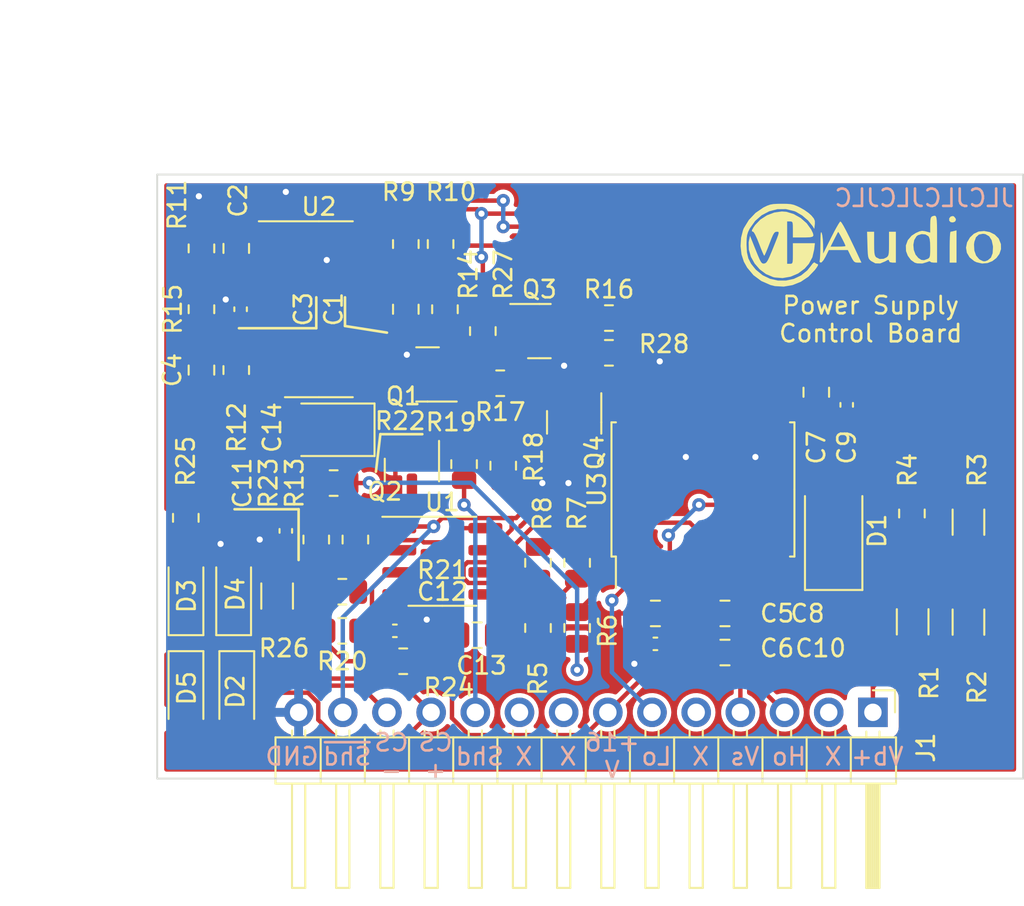
<source format=kicad_pcb>
(kicad_pcb (version 20210228) (generator pcbnew)
  (title_block (title "Power Supply Control Board PCB") (date "2021-04-08") (rev "V 2.0") (company "Dietmar van Heukelum"))
  (layers (0 "F.Cu" signal) (31 "B.Cu" signal) (34 "B.Paste" user) (35 "F.Paste" user) (36 "B.SilkS" user "B.Silkscreen") (37 "F.SilkS" user "F.Silkscreen") (38 "B.Mask" user) (39 "F.Mask" user) (44 "Edge.Cuts" user))
  (net 0 "")
  (net 1 "GND")
  (net 2 "+16V")
  (net 3 "Net-(C3-Pad1)")
  (net 4 "Net-(C4-Pad1)")
  (net 5 "Vs")
  (net 6 "Net-(C10-Pad1)")
  (net 7 "Net-(C11-Pad1)")
  (net 8 "Net-(C12-Pad1)")
  (net 9 "CS+")
  (net 10 "Net-(D2-Pad1)")
  (net 11 "CS-")
  (net 12 "ShutDown")
  (net 13 "FBK-")
  (net 14 "FBK+")
  (net 15 "LO")
  (net 16 "HO")
  (net 18 "VB+")
  (net 19 "Net-(C14-Pad1)")
  (net 20 "Net-(Q3-Pad3)")
  (net 21 "Net-(Q3-Pad2)")
  (net 22 "Net-(R1-Pad2)")
  (net 23 "Net-(R2-Pad2)")
  (net 24 "Net-(R3-Pad2)")
  (net 25 "Net-(R5-Pad1)")
  (net 26 "Net-(R6-Pad2)")
  (net 27 "Net-(R8-Pad1)")
  (net 28 "Net-(R10-Pad2)")
  (net 29 "Net-(R11-Pad2)")
  (net 30 "Net-(R12-Pad2)")
  (net 31 "Net-(R15-Pad1)")
  (net 32 "Net-(R20-Pad1)")
  (net 33 "Net-(R21-Pad1)")
  (net 34 "Net-(U2-Pad14)")
  (net 36 "Net-(U2-Pad11)")
  (net 41 "+Vref")
  (net 42 "~ShutDown")
  (net 44 "Net-(Q1-Pad3)")
  (net 45 "Net-(Q2-Pad1)")
  (net 46 "Net-(Q4-Pad1)")
  (footprint "Capacitor_SMD:C_0805_2012Metric" (layer "F.Cu") (at 116.4 100 -90)
    (fp_text reference "C1")
    (fp_text value "10µ/25V")
  )
  (footprint "Capacitor_SMD:C_0402_1005Metric" (layer "F.Cu") (at 106.9 100 90)
    (fp_text reference "C3")
    (fp_text value "470p")
  )
  (footprint "Capacitor_SMD:C_0805_2012Metric" (layer "F.Cu") (at 104.65 103.5 90)
    (fp_text reference "C4")
    (fp_text value "10µ/25V")
  )
  (footprint "Capacitor_SMD:C_0805_2012Metric" (layer "F.Cu") (at 140 104.775 90)
    (fp_text reference "C7")
    (fp_text value "10µ/25V")
  )
  (footprint "Capacitor_SMD:C_0805_2012Metric" (layer "F.Cu") (at 134.75 117.5 180)
    (fp_text reference "C8")
    (fp_text value "10µ/25V")
  )
  (footprint "Capacitor_SMD:C_0402_1005Metric" (layer "F.Cu") (at 141.75 105.5 90)
    (fp_text reference "C9")
    (fp_text value "10n")
  )
  (footprint "Capacitor_SMD:C_0805_2012Metric" (layer "F.Cu") (at 134.75 119.75 180)
    (fp_text reference "C10")
    (fp_text value "100n")
  )
  (footprint "Diode_SMD:D_SMA" (layer "F.Cu") (at 141 112.75 90)
    (fp_text reference "D1")
    (fp_text value "US1MG")
  )
  (footprint "Diode_SMD:D_SOD-123" (layer "F.Cu") (at 106.68 121.92 -90)
    (fp_text reference "D2")
    (fp_text value "1N4148")
  )
  (footprint "Diode_SMD:D_SOD-123" (layer "F.Cu") (at 103.759 116.5 90)
    (fp_text reference "D3")
    (fp_text value "1N4148")
  )
  (footprint "Diode_SMD:D_SOD-123" (layer "F.Cu") (at 106.5 116.5 90)
    (fp_text reference "D4")
    (fp_text value "1N4148")
  )
  (footprint "Diode_SMD:D_SOD-123" (layer "F.Cu") (at 103.759 121.92 -90)
    (fp_text reference "D5")
    (fp_text value "1N4148")
  )
  (footprint "Package_TO_SOT_SMD:SOT-23" (layer "F.Cu") (at 117.65 103.75 180)
    (fp_text reference "Q1")
    (fp_text value "MMBT5551L")
  )
  (footprint "Package_TO_SOT_SMD:SOT-23" (layer "F.Cu") (at 116.75 109.25 -90)
    (fp_text reference "Q2")
    (fp_text value "MMBT5551L")
  )
  (footprint "Resistor_SMD:R_1206_3216Metric" (layer "F.Cu") (at 145.542 117.983 90)
    (fp_text reference "R1")
    (fp_text value "100k 0.5W")
  )
  (footprint "Resistor_SMD:R_1206_3216Metric" (layer "F.Cu") (at 148.75 118 90)
    (fp_text reference "R2")
    (fp_text value "100k 0.5W")
  )
  (footprint "Resistor_SMD:R_1206_3216Metric" (layer "F.Cu") (at 148.75 112.25 90)
    (fp_text reference "R3")
    (fp_text value "100k 0.5W")
  )
  (footprint "Resistor_SMD:R_0805_2012Metric" (layer "F.Cu") (at 145.5 111.75 -90)
    (fp_text reference "R4")
    (fp_text value "2k7")
  )
  (footprint "Resistor_SMD:R_0805_2012Metric" (layer "F.Cu") (at 124 118.3375 90)
    (fp_text reference "R5")
    (fp_text value "47k")
  )
  (footprint "Resistor_SMD:R_0805_2012Metric" (layer "F.Cu") (at 126.25 118.3375 90)
    (fp_text reference "R6")
    (fp_text value "56k")
  )
  (footprint "Resistor_SMD:R_0805_2012Metric" (layer "F.Cu") (at 126.25 114.5875 -90)
    (fp_text reference "R7")
    (fp_text value "47k")
  )
  (footprint "Resistor_SMD:R_0805_2012Metric" (layer "F.Cu") (at 124 114.5875 90)
    (fp_text reference "R8")
    (fp_text value "47k")
  )
  (footprint "Resistor_SMD:R_0805_2012Metric" (layer "F.Cu") (at 116.4 96.25 90)
    (fp_text reference "R9")
    (fp_text value "560")
  )
  (footprint "Resistor_SMD:R_0805_2012Metric" (layer "F.Cu") (at 118.4 96.25 90)
    (fp_text reference "R10")
    (fp_text value "560")
  )
  (footprint "Resistor_SMD:R_0805_2012Metric" (layer "F.Cu") (at 104.65 96.5 -90)
    (fp_text reference "R11")
    (fp_text value "10k")
  )
  (footprint "Resistor_SMD:R_0805_2012Metric" (layer "F.Cu") (at 106.65 103.5 90)
    (fp_text reference "R12")
    (fp_text value "21k")
  )
  (footprint "Resistor_SMD:R_0805_2012Metric" (layer "F.Cu") (at 118.65 100 -90)
    (fp_text reference "R14")
    (fp_text value "22k")
  )
  (footprint "Resistor_SMD:R_0805_2012Metric" (layer "F.Cu") (at 104.65 100 90)
    (fp_text reference "R15")
    (fp_text value "330")
  )
  (footprint "Resistor_SMD:R_0805_2012Metric" (layer "F.Cu") (at 128.079 100.507)
    (fp_text reference "R16")
    (fp_text value "47k")
  )
  (footprint "Resistor_SMD:R_0805_2012Metric" (layer "F.Cu") (at 122 109 90)
    (fp_text reference "R18")
    (fp_text value "10k")
  )
  (footprint "Resistor_SMD:R_0805_2012Metric" (layer "F.Cu") (at 119.75 108.9125 -90)
    (fp_text reference "R19")
    (fp_text value "10k")
  )
  (footprint "Resistor_SMD:R_0805_2012Metric" (layer "F.Cu") (at 112.75 118.5 180)
    (fp_text reference "R20")
    (fp_text value "10k")
  )
  (footprint "Resistor_SMD:R_0805_2012Metric" (layer "F.Cu") (at 112.75 116.25 180)
    (fp_text reference "R21")
    (fp_text value "10k")
  )
  (footprint "Resistor_SMD:R_0805_2012Metric" (layer "F.Cu") (at 112.25 110 180)
    (fp_text reference "R22")
    (fp_text value "10k")
  )
  (footprint "Resistor_SMD:R_0805_2012Metric" (layer "F.Cu") (at 111.25 113.25 -90)
    (fp_text reference "R23")
    (fp_text value "12k")
  )
  (footprint "Resistor_SMD:R_0805_2012Metric" (layer "F.Cu") (at 116.25 120.25)
    (fp_text reference "R24")
    (fp_text value "470k")
  )
  (footprint "Resistor_SMD:R_1206_3216Metric" (layer "F.Cu") (at 109 116.5 90)
    (fp_text reference "R26")
    (fp_text value "22 0,5W")
  )
  (footprint "Package_SO:SO-16_3.9x9.9mm_P1.27mm" (layer "F.Cu") (at 111.4 100)
    (fp_text reference "U2")
    (fp_text value "SG3525")
  )
  (footprint "Package_SO:SOIC-16W_7.5x10.3mm_P1.27mm" (layer "F.Cu") (at 133.484 110.367 90)
    (fp_text reference "U3")
    (fp_text value "IR2110")
  )
  (footprint "Capacitor_SMD:C_0805_2012Metric" (layer "F.Cu") (at 130.75 117.5 180)
    (fp_text reference "C5")
    (fp_text value "10µ/25V")
  )
  (footprint "Capacitor_SMD:C_0402_1005Metric" (layer "F.Cu") (at 130.75 119.25 180)
    (fp_text reference "C6")
    (fp_text value "10n")
  )
  (footprint "Package_SO:SOIC-8_3.9x4.9mm_P1.27mm" (layer "F.Cu") (at 118.5 114.5)
    (fp_text reference "U1")
    (fp_text value "LM393")
  )
  (footprint "Capacitor_SMD:C_0805_2012Metric" (layer "F.Cu") (at 120.5 118.75)
    (fp_text reference "C13")
    (fp_text value "10µ/25V")
  )
  (footprint "Resistor_SMD:R_0805_2012Metric" (layer "F.Cu") (at 103.75 112 90)
    (fp_text reference "R25")
    (fp_text value "12k")
  )
  (footprint "Connector_PinHeader_2.54mm:PinHeader_1x14_P2.54mm_Horizontal" (layer "F.Cu") (at 143.256 123.19 -90)
    (fp_text reference "J1")
    (fp_text value "Conn_01x14_Male")
  )
  (footprint "Capacitor_SMD:C_0402_1005Metric" (layer "F.Cu") (at 109.5 112.75 -90)
    (fp_text reference "C11")
    (fp_text value "10n")
  )
  (footprint "Resistor_SMD:R_0805_2012Metric" (layer "F.Cu") (at 128.079 102.507 180)
    (fp_text reference "R28")
    (fp_text value "10k")
  )
  (footprint "LogoLibrary:VHAudio_Logo_15mm" (layer "F.Cu") (at 143.129 96.266)
    (fp_text reference "REF**" hide)
    (fp_text value "VHAudio_Logo_15mm")
  )
  (footprint "Capacitor_Tantalum_SMD:CP_EIA-3528-21_Kemet-B" (layer "F.Cu") (at 112.141 106.934 180)
    (fp_text reference "C14")
    (fp_text value "100µ/6.3V")
  )
  (footprint "Capacitor_SMD:C_0805_2012Metric" (layer "F.Cu") (at 106.65 96.5 90)
    (fp_text reference "C2")
    (fp_text value "0.1µ")
  )
  (footprint "Package_TO_SOT_SMD:SOT-23" (layer "F.Cu") (at 126.079 106.507 -90)
    (fp_text reference "Q4")
    (fp_text value "MMBT5551L")
  )
  (footprint "Capacitor_SMD:C_0402_1005Metric" (layer "F.Cu") (at 115.77 118.5)
    (fp_text reference "C12")
    (fp_text value "47p")
  )
  (footprint "Resistor_SMD:R_0805_2012Metric" (layer "F.Cu") (at 113.5 113.25 90)
    (fp_text reference "R13")
    (fp_text value "5k6")
  )
  (footprint "Package_TO_SOT_SMD:SOT-23" (layer "F.Cu") (at 124.079 101.257)
    (fp_text reference "Q3")
    (fp_text value "MMBT5401")
  )
  (footprint "Resistor_SMD:R_0805_2012Metric" (layer "F.Cu") (at 120.829 101.257 -90)
    (fp_text reference "R27")
    (fp_text value "10k")
  )
  (footprint "Resistor_SMD:R_0805_2012Metric" (layer "F.Cu") (at 121.829 104.257 180)
    (fp_text reference "R17")
    (fp_text value "12k")
  )
  (gr_line (start 117.348 107.188) (end 114.935 107.188) (layer "F.SilkS") (width 0.15))
  (gr_line (start 111.252 101.092) (end 106.807 101.092) (layer "F.SilkS") (width 0.15))
  (gr_line (start 112.903 100.965) (end 115.316 101.346) (layer "F.SilkS") (width 0.15))
  (gr_line (start 112.903 99.314) (end 112.903 100.965) (layer "F.SilkS") (width 0.15))
  (gr_line (start 114.935 107.188) (end 114.681 109.347) (layer "F.SilkS") (width 0.15))
  (gr_line (start 106.553 111.506) (end 110.236 111.506) (layer "F.SilkS") (width 0.15))
  (gr_line (start 111.252 99.314) (end 111.252 101.092) (layer "F.SilkS") (width 0.15))
  (gr_line (start 110.236 111.506) (end 110.236 114.427) (layer "F.SilkS") (width 0.15))
  (gr_line (start 102.108 92.25) (end 102.108 127) (layer "Edge.Cuts") (width 0.1))
  (gr_line (start 151.892 127) (end 151.892 92.25) (layer "Edge.Cuts") (width 0.1))
  (gr_line (start 102.108 127) (end 151.892 127) (layer "Edge.Cuts") (width 0.1))
  (gr_line (start 151.892 92.25) (end 102.108 92.25) (layer "Edge.Cuts") (width 0.1))
  (gr_text "Vb+" (at 143.51 125.73) (layer "B.SilkS") (effects (font (size 1 1)) (justify mirror)))
  (gr_text "X" (at 133.35 125.73) (layer "B.SilkS") (effects (font (size 1 1)) (justify mirror)))
  (gr_text "Ho" (at 138.43 125.73) (layer "B.SilkS") (effects (font (size 1 1)) (justify mirror)))
  (gr_text "Shd" (at 120.65 125.73) (layer "B.SilkS") (effects (font (size 1 1)) (justify mirror)))
  (gr_text "GND" (at 109.855 125.73) (layer "B.SilkS") (effects (font (size 1 1)) (justify mirror)))
  (gr_text "X" (at 125.73 125.73) (layer "B.SilkS") (effects (font (size 1 1)) (justify mirror)))
  (gr_text "~Shd" (at 113.03 125.73) (layer "B.SilkS") (effects (font (size 1 1)) (justify mirror)))
  (gr_text "CS\n-" (at 115.57 125.73) (layer "B.SilkS") (effects (font (size 1 1)) (justify mirror)))
  (gr_text "JLCJLCJLCJLC" (at 146.2 93.6) (layer "B.SilkS") (effects (font (size 1 1)) (justify mirror)))
  (gr_text "X" (at 140.97 125.73) (layer "B.SilkS") (effects (font (size 1 1)) (justify mirror)))
  (gr_text "X" (at 123.19 125.73) (layer "B.SilkS") (effects (font (size 1 1)) (justify mirror)))
  (gr_text "Vs" (at 135.89 125.73) (layer "B.SilkS") (effects (font (size 1 1)) (justify mirror)))
  (gr_text "CS\n+" (at 118.11 125.73) (layer "B.SilkS") (effects (font (size 1 1)) (justify mirror)))
  (gr_text "+16\nV" (at 128.27 125.73) (layer "B.SilkS") (effects (font (size 1 1)) (justify mirror)))
  (gr_text "Lo" (at 130.81 125.73) (layer "B.SilkS") (effects (font (size 1 1)) (justify mirror)))
  (gr_text "Power Supply\nControl Board" (at 143.129 100.584) (layer "F.SilkS") (effects (font (size 1 1))))
  (segment (start 104.65 95.5875) (end 106.6125 95.5875) (width 0.254) (layer "F.Cu") (net 1))
  (segment (start 108.82 95.55) (end 108.825 95.555) (width 0.254) (layer "F.Cu") (net 1))
  (segment (start 106.6125 95.5875) (end 106.65 95.55) (width 0.254) (layer "F.Cu") (net 1))
  (segment (start 135.389 104.692) (end 135.389 105.717) (width 0.254) (layer "F.Cu") (net 1))
  (segment (start 141.72 105.05) (end 141.75 105.02) (width 0.254) (layer "F.Cu") (net 1))
  (segment (start 109.25 115.0375) (end 110.375 115.0375) (width 0.254) (layer "F.Cu") (net 1))
  (segment (start 110.375 115.0375) (end 111.25 114.1625) (width 0.254) (layer "F.Cu") (net 1))
  (segment (start 125.5 118.25) (end 127.75 118.25) (width 0.254) (layer "F.Cu") (net 1))
  (segment (start 106.5125 104.4125) (end 106.65 104.4125) (width 0.254) (layer "F.Cu") (net 1))
  (segment (start 116.4 100.95) (end 116.4 101.45) (width 0.254) (layer "F.Cu") (net 1))
  (segment (start 130.309 116.691) (end 130.309 115.017) (width 0.254) (layer "F.Cu") (net 1))
  (segment (start 126.25 115.5) (end 125.27058 116.47942) (width 0.254) (layer "F.Cu") (net 1))
  (segment (start 115.7 100.95) (end 115.385 100.635) (width 0.254) (layer "F.Cu") (net 1))
  (segment (start 106.65 95.55) (end 108.82 95.55) (width 0.254) (layer "F.Cu") (net 1))
  (segment (start 109.5 114.7875) (end 109.25 115.0375) (width 0.254) (layer "F.Cu") (net 1))
  (segment (start 104.65 102.55) (end 106.5125 104.4125) (width 0.254) (layer "F.Cu") (net 1))
  (segment (start 127.1665 102.507) (end 127.1665 102.5835) (width 0.254) (layer "F.Cu") (net 1))
  (segment (start 116.4 100.95) (end 115.7 100.95) (width 0.254) (layer "F.Cu") (net 1))
  (segment (start 115.385 100.635) (end 113.975 100.635) (width 0.254) (layer "F.Cu") (net 1))
  (segment (start 109.5 113.23) (end 109.5 114.7875) (width 0.254) (layer "F.Cu") (net 1))
  (segment (start 109.5 113.23) (end 108.02 113.23) (width 0.254) (layer "F.Cu") (net 1))
  (segment (start 116.25 116.63) (end 116.025 116.405) (width 0.254) (layer "F.Cu") (net 1))
  (segment (start 129.8 117.2) (end 130.309 116.691) (width 0.254) (layer "F.Cu") (net 1))
  (segment (start 129.8 117.5) (end 129.8 117.2) (width 0.254) (layer "F.Cu") (net 1))
  (segment (start 125.27058 118.02058) (end 125.5 118.25) (width 0.254) (layer "F.Cu") (net 1))
  (segment (start 125.129 104.621) (end 125.129 105.5695) (width 0.254) (layer "F.Cu") (net 1))
  (segment (start 108.02 113.23) (end 108 113.25) (width 0.254) (layer "F.Cu") (net 1))
  (segment (start 106.9 99.52) (end 106.543714 99.52) (width 0.254) (layer "F.Cu") (net 1))
  (segment (start 125.27058 116.47942) (end 125.27058 118.02058) (width 0.254) (layer "F.Cu") (net 1))
  (via (at 129.54 120.396) (size 0.762) (drill 0.3556) (layers "F.Cu" "B.Cu") (net 1))
  (via (at 106.045 99.441) (size 0.762) (drill 0.3556) (layers "F.Cu" "B.Cu") (net 1))
  (via (at 117.602 117.856) (size 0.762) (drill 0.3556) (layers "F.Cu" "B.Cu") (net 1))
  (via (at 125.75 110) (size 0.762) (drill 0.3556) (layers "F.Cu" "B.Cu") (net 1))
  (via (at 108 113.25) (size 0.762) (drill 0.3556) (layers "F.Cu" "B.Cu") (net 1))
  (via (at 104.5 93.5) (size 0.762) (drill 0.3556) (layers "F.Cu" "B.Cu") (net 1))
  (via (at 111.853597 97.169635) (size 0.762) (drill 0.3556) (layers "F.Cu" "B.Cu") (net 1))
  (via (at 109.5 93.25) (size 0.762) (drill 0.3556) (layers "F.Cu" "B.Cu") (net 1))
  (via (at 136.5 108.5) (size 0.762) (drill 0.3556) (layers "F.Cu" "B.Cu") (net 1))
  (via (at 131 103) (size 0.762) (drill 0.3556) (layers "F.Cu" "B.Cu") (net 1))
  (via (at 125.5 103.25) (size 0.762) (drill 0.3556) (layers "F.Cu" "B.Cu") (net 1))
  (via (at 105.75 113.5) (size 0.762) (drill 0.3556) (layers "F.Cu" "B.Cu") (net 1))
  (via (at 116.459 102.616) (size 0.762) (drill 0.3556) (layers "F.Cu" "B.Cu") (net 1))
  (via (at 132.5 108.5) (size 0.762) (drill 0.3556) (layers "F.Cu" "B.Cu") (net 1))
  (via (at 124.25 110) (size 0.762) (drill 0.3556) (layers "F.Cu" "B.Cu") (net 1))
  (segment (start 117.433007 113.410401) (end 118.839599 113.410401) (width 0.254) (layer "F.Cu") (net 2))
  (segment (start 140.905 105.98) (end 141.75 105.98) (width 0.254) (layer "F.Cu") (net 2))
  (segment (start 112.82058 97.754156) (end 112.82058 99.08558) (width 0.254) (layer "F.Cu") (net 2))
  (segment (start 131.579 115.017) (end 131.579 113.079) (width 0.254) (layer "F.Cu") (net 2))
  (segment (start 119.655 112.595) (end 120.975 112.595) (width 0.254) (layer "F.Cu") (net 2))
  (segment (start 118.839599 113.410401) (end 119.655 112.595) (width 0.254) (layer "F.Cu") (net 2))
  (segment (start 113.5 114.1625) (end 114.37692 113.28558) (width 0.254) (layer "F.Cu") (net 2))
  (segment (start 113.975 96.825) (end 113.749736 96.825) (width 0.254) (layer "F.Cu") (net 2))
  (segment (start 133.25 111.25) (end 138.289708 111.25) (width 0.254) (layer "F.Cu") (net 2))
  (segment (start 118.6125 99.05) (end 118.65 99.0875) (width 0.254) (layer "F.Cu") (net 2))
  (segment (start 113.975 99.365) (end 116.085 99.365) (width 0.254) (layer "F.Cu") (net 2))
  (segment (start 114.9125 96.825) (end 113.975 96.825) (width 0.254) (layer "F.Cu") (net 2))
  (segment (start 120.829 97.079) (end 120.75 97) (width 0.254) (layer "F.Cu") (net 2))
  (segment (start 128.016 123.19) (end 131.23 119.976) (width 0.254) (layer "F.Cu") (net 2))
  (segment (start 138.789708 107.602708) (end 139.987708 107.602708) (width 0.254) (layer "F.Cu") (net 2))
  (segment (start 119.054148 118.254148) (end 119.054148 113.195852) (width 0.254) (layer "F.Cu") (net 2))
  (segment (start 131.23 119.25) (end 131.23 117.97) (width 0.254) (layer "F.Cu") (net 2))
  (segment (start 126.706 124.5) (end 128.016 123.19) (width 0.254) (layer "F.Cu") (net 2))
  (segment (start 131.7 117.5) (end 131.7 115.138) (width 0.254) (layer "F.Cu") (net 2))
  (segment (start 120.8665 100.307) (end 120.829 100.3445) (width 0.254) (layer "F.Cu") (net 2))
  (segment (start 131.7 115.138) (end 131.579 115.017) (width 0.254) (layer "F.Cu") (net 2))
  (segment (start 137.929 104.604249) (end 137.929 105.717) (width 0.254) (layer "F.Cu") (net 2))
  (segment (start 116.085 99.365) (end 116.4 99.05) (width 0.254) (layer "F.Cu") (net 2))
  (segment (start 120.75 94.5) (end 120.5 94.25) (width 0.254) (layer "F.Cu") (net 2))
  (segment (start 141 108.615) (end 141 110.75) (width 0.254) (layer "F.Cu") (net 2))
  (segment (start 139.992 105.717) (end 140 105.725) (width 0.254) (layer "F.Cu") (net 2))
  (segment (start 137.929 106.742) (end 138.789708 107.602708) (width 0.254) (layer "F.Cu") (net 2))
  (segment (start 119.054148 119.245852) (end 119.054148 123.519677) (width 0.254) (layer "F.Cu") (net 2))
  (segment (start 119.054148 123.519677) (end 120.034471 124.5) (width 0.254) (layer "F.Cu") (net 2))
  (segment (start 140 105.725) (end 140.65 105.725) (width 0.254) (layer "F.Cu") (net 2))
  (segment (start 131.579 113.079) (end 131.5 113) (width 0.254) (layer "F.Cu") (net 2))
  (segment (start 116.4 99.05) (end 118.6125 99.05) (width 0.254) (layer "F.Cu") (net 2))
  (segment (start 112.82058 99.08558) (end 113.1 99.365) (width 0.254) (layer "F.Cu") (net 2))
  (segment (start 140.65 105.725) (end 140.905 105.98) (width 0.254) (layer "F.Cu") (net 2))
  (segment (start 114.37692 113.28558) (end 117.308186 113.28558) (width 0.254) (layer "F.Cu") (net 2))
  (segment (start 137.929 105.717) (end 139.992 105.717) (width 0.254) (layer "F.Cu") (net 2))
  (segment (start 137.929 104.429) (end 137.929 105.717) (width 0.254) (layer "F.Cu") (net 2))
  (segment (start 113.749736 96.825) (end 112.82058 97.754156) (width 0.254) (layer "F.Cu") (net 2))
  (segment (start 131.23 119.976) (end 131.23 119.25) (width 0.254) (layer "F.Cu") (net 2))
  (segment (start 137.929 105.717) (end 137.929 106.742) (width 0.254) (layer "F.Cu") (net 2))
  (segment (start 138.289708 111.25) (end 138.789708 110.75) (width 0.254) (layer "F.Cu") (net 2))
  (segment (start 120.75 94.5) (end 128 94.5) (width 0.254) (layer "F.Cu") (net 2))
  (segment (start 116.4 95.3375) (end 114.9125 96.825) (width 0.254) (layer "F.Cu") (net 2))
  (segment (start 138.789708 110.75) (end 141 110.75) (width 0.254) (layer "F.Cu") (net 2))
  (segment (start 120.5 94.25) (end 117.4875 94.25) (width 0.254) (layer "F.Cu") (net 2))
  (segment (start 113.1 99.365) (end 113.975 99.365) (width 0.254) (layer "F.Cu") (net 2))
  (segment (start 139.987708 107.602708) (end 141 108.615) (width 0.254) (layer "F.Cu") (net 2))
  (segment (start 128 94.5) (end 137.929 104.429) (width 0.254) (layer "F.Cu") (net 2))
  (segment (start 117.308186 113.28558) (end 117.433007 113.410401) (width 0.254) (layer "F.Cu") (net 2))
  (segment (start 117.4875 94.25) (end 116.4 95.3375) (width 0.254) (layer "F.Cu") (net 2))
  (segment (start 120.829 100.3445) (end 120.829 97.079) (width 0.254) (layer "F.Cu") (net 2))
  (segment (start 119.054148 113.195852) (end 119.655 112.595) (width 0.254) (layer "F.Cu") (net 2))
  (segment (start 131.23 117.97) (end 131.7 117.5) (width 0.254) (layer "F.Cu") (net 2))
  (segment (start 123.1415 100.307) (end 120.8665 100.307) (width 0.254) (layer "F.Cu") (net 2))
  (segment (start 120.034471 124.5) (end 126.706 124.5) (width 0.254) (layer "F.Cu") (net 2))
  (segment (start 119.55 118.75) (end 119.054148 119.245852) (width 0.254) (layer "F.Cu") (net 2))
  (segment (start 119.55 118.75) (end 119.054148 118.254148) (width 0.254) (layer "F.Cu") (net 2))
  (via (at 120.75 94.5) (size 0.762) (drill 0.3556) (layers "F.Cu" "B.Cu") (net 2))
  (via (at 133.25 111.25) (size 0.762) (drill 0.3556) (layers "F.Cu" "B.Cu") (net 2))
  (via (at 120.75 97) (size 0.762) (drill 0.3556) (layers "F.Cu" "B.Cu") (net 2))
  (via (at 131.5 113) (size 0.762) (drill 0.3556) (layers "F.Cu" "B.Cu") (net 2))
  (segment (start 120.75 97) (end 120.75 94.5) (width 0.254) (layer "B.Cu") (net 2))
  (segment (start 131.5 113) (end 133.25 111.25) (width 0.254) (layer "B.Cu") (net 2))
  (segment (start 107.055 100.635) (end 106.9 100.48) (width 0.254) (layer "F.Cu") (net 3))
  (segment (start 104.65 99.0875) (end 106.0625 100.5) (width 0.254) (layer "F.Cu") (net 3))
  (segment (start 106.0625 100.5) (end 106.0825 100.48) (width 0.254) (layer "F.Cu") (net 3))
  (segment (start 106.0825 100.48) (end 106.9 100.48) (width 0.254) (layer "F.Cu") (net 3))
  (segment (start 108.825 100.635) (end 107.055 100.635) (width 0.254) (layer "F.Cu") (net 3))
  (segment (start 104.65 104.45) (end 105.40442 105.20442) (width 0.254) (layer "F.Cu") (net 4))
  (segment (start 105.40442 105.20442) (end 108.06558 105.20442) (width 0.254) (layer "F.Cu") (net 4))
  (segment (start 108.06558 105.20442) (end 108.825 104.445) (width 0.254) (layer "F.Cu") (net 4))
  (segment (start 135.636 123.19) (end 135.636 121.586) (width 0.254) (layer "F.Cu") (net 5))
  (segment (start 134.119 116.381) (end 134.119 115.017) (width 0.254) (layer "F.Cu") (net 5))
  (segment (start 135.636 121.586) (end 133.8 119.75) (width 0.254) (layer "F.Cu") (net 5))
  (segment (start 133.8 116.7) (end 134.119 116.381) (width 0.254) (layer "F.Cu") (net 5))
  (segment (start 133.8 117.5) (end 133.8 116.7) (width 0.254) (layer "F.Cu") (net 5))
  (segment (start 133.8 119.75) (end 133.8 117.5) (width 0.254) (layer "F.Cu") (net 5))
  (segment (start 135.7 117.5) (end 135.7 119.75) (width 0.254) (layer "F.Cu") (net 6))
  (segment (start 139.96258 113.71258) (end 141 114.75) (width 0.254) (layer "F.Cu") (net 6))
  (segment (start 135.389 113.992) (end 135.66842 113.71258) (width 0.254) (layer "F.Cu") (net 6))
  (segment (start 135.66842 113.71258) (end 139.96258 113.71258) (width 0.254) (layer "F.Cu") (net 6))
  (segment (start 135.389 115.017) (end 135.389 113.992) (width 0.254) (layer "F.Cu") (net 6))
  (segment (start 135.389 115.017) (end 135.389 117.189) (width 0.254) (layer "F.Cu") (net 6))
  (segment (start 135.389 117.189) (end 135.7 117.5) (width 0.254) (layer "F.Cu") (net 6))
  (segment (start 111.25 112.3375) (end 111.25 110.0875) (width 0.254) (layer "F.Cu") (net 7))
  (segment (start 112.22942 113.31692) (end 112.22942 115.85808) (width 0.254) (layer "F.Cu") (net 7))
  (segment (start 111.25 110.0875) (end 111.3375 110) (width 0.254) (layer "F.Cu") (net 7))
  (segment (start 111.1825 112.27) (end 111.25 112.3375) (width 0.254) (layer "F.Cu") (net 7))
  (segment (start 109.5 112.27) (end 111.1825 112.27) (width 0.254) (layer "F.Cu") (net 7))
  (segment (start 111.25 112.3375) (end 112.22942 113.31692) (width 0.254) (layer "F.Cu") (net 7))
  (segment (start 112.22942 115.85808) (end 111.8375 116.25) (width 0.254) (layer "F.Cu") (net 7))
  (segment (start 111.8375 118.5) (end 111.8375 119.2) (width 0.254) (layer "F.Cu") (net 8))
  (segment (start 107.75 115.473714) (end 109.396866 117.12058) (width 0.254) (layer "F.Cu") (net 8))
  (segment (start 103.75 112.9125) (end 103.822901 112.839599) (width 0.254) (layer "F.Cu") (net 8))
  (segment (start 106.25637 112.839599) (end 107.75 114.333229) (width 0.254) (layer "F.Cu") (net 8))
  (segment (start 115.29 118.5) (end 115.29 120.2025) (width 0.254) (layer "F.Cu") (net 8))
  (segment (start 111.8375 119.2) (end 112.8875 120.25) (width 0.254) (layer "F.Cu") (net 8))
  (segment (start 103.822901 112.839599) (end 106.25637 112.839599) (width 0.254) (layer "F.Cu") (net 8))
  (segment (start 109.396866 117.12058) (end 110.45808 117.12058) (width 0.254) (layer "F.Cu") (net 8))
  (segment (start 109.396866 117.12058) (end 109.62058 117.12058) (width 0.254) (layer "F.Cu") (net 8))
  (segment (start 115.29 120.2025) (end 115.3375 120.25) (width 0.254) (layer "F.Cu") (net 8))
  (segment (start 107.75 114.333229) (end 107.75 115.473714) (width 0.254) (layer "F.Cu") (net 8))
  (segment (start 110.45808 117.12058) (end 111.8375 118.5) (width 0.254) (layer "F.Cu") (net 8))
  (segment (start 112.8875 120.25) (end 115.3375 120.25) (width 0.254) (layer "F.Cu") (net 8))
  (segment (start 112.5 124.75) (end 116.296 124.75) (width 0.254) (layer "F.Cu") (net 9))
  (segment (start 106.68 118.15) (end 109.777768 121.247768) (width 0.254) (layer "F.Cu") (net 9))
  (segment (start 115.913768 121.247768) (end 117.856 123.19) (width 0.254) (layer "F.Cu") (net 9))
  (segment (start 108.189411 122.060589) (end 110.778118 122.060589) (width 0.254) (layer "F.Cu") (net 9))
  (segment (start 111.365411 122.647882) (end 111.365411 123.615411) (width 0.254) (layer "F.Cu") (net 9))
  (segment (start 109.777768 121.247768) (end 115.913768 121.247768) (width 0.254) (layer "F.Cu") (net 9))
  (segment (start 111.365411 123.615411) (end 112.5 124.75) (width 0.254) (layer "F.Cu") (net 9))
  (segment (start 116.296 124.75) (end 117.856 123.19) (width 0.254) (layer "F.Cu") (net 9))
  (segment (start 110.778118 122.060589) (end 111.365411 122.647882) (width 0.254) (layer "F.Cu") (net 9))
  (segment (start 106.68 123.57) (end 108.189411 122.060589) (width 0.254) (layer "F.Cu") (net 9))
  (segment (start 105.27 120.27) (end 106.68 120.27) (width 0.254) (layer "F.Cu") (net 10))
  (segment (start 103.75 111.0875) (end 102.77058 112.06692) (width 0.254) (layer "F.Cu") (net 10))
  (segment (start 103.759 117.259) (end 103.759 118.15) (width 0.254) (layer "F.Cu") (net 10))
  (segment (start 104.46194 114) (end 104.638411 114.176471) (width 0.254) (layer "F.Cu") (net 10))
  (segment (start 103.376286 114) (end 104.46194 114) (width 0.254) (layer "F.Cu") (net 10))
  (segment (start 104.638411 116.111589) (end 107.149089 116.111589) (width 0.254) (layer "F.Cu") (net 10))
  (segment (start 104.638411 114.176471) (end 104.638411 116.111589) (width 0.254) (layer "F.Cu") (net 10))
  (segment (start 102.77058 113.394294) (end 103.376286 114) (width 0.254) (layer "F.Cu") (net 10))
  (segment (start 104.638411 116.111589) (end 104.638411 116.361589) (width 0.254) (layer "F.Cu") (net 10))
  (segment (start 107.149089 116.111589) (end 109 117.9625) (width 0.254) (layer "F.Cu") (net 10))
  (segment (start 104.638411 116.361589) (end 103.75 117.25) (width 0.254) (layer "F.Cu") (net 10))
  (segment (start 103.759 118.15) (end 103.759 118.759) (width 0.254) (layer "F.Cu") (net 10))
  (segment (start 103.759 118.759) (end 105.27 120.27) (width 0.254) (layer "F.Cu") (net 10))
  (segment (start 102.77058 112.06692) (end 102.77058 113.394294) (width 0.254) (layer "F.Cu") (net 10))
  (segment (start 103.75 117.25) (end 103.759 117.259) (width 0.254) (layer "F.Cu") (net 10))
  (segment (start 102.879589 119.390589) (end 102.879589 115.729411) (width 0.254) (layer "F.Cu") (net 11))
  (segment (start 103.759 120.27) (end 102.879589 119.390589) (width 0.254) (layer "F.Cu") (net 11))
  (segment (start 103.759 120.27) (end 105.143178 121.654178) (width 0.254) (layer "F.Cu") (net 11))
  (segment (start 113.780178 121.654178) (end 115.316 123.19) (width 0.254) (layer "F.Cu") (net 11))
  (segment (start 105.143178 121.654178) (end 113.780178 121.654178) (width 0.254) (layer "F.Cu") (net 11))
  (segment (start 102.879589 115.729411) (end 103.759 114.85) (width 0.254) (layer "F.Cu") (net 11))
  (segment (start 119.75 109.825) (end 119.75 111.25) (width 0.254) (layer "F.Cu") (net 12))
  (via (at 119.75 111.25) (size 0.762) (drill 0.3556) (layers "F.Cu" "B.Cu") (net 12))
  (segment (start 119.75 111.25) (end 120.396 111.896) (width 0.254) (layer "B.Cu") (net 12))
  (segment (start 120.396 111.896) (end 120.396 123.19) (width 0.254) (layer "B.Cu") (net 12))
  (segment (start 129.039 115.961) (end 128.25 116.75) (width 0.254) (layer "F.Cu") (net 15))
  (segment (start 129.039 115.017) (end 129.039 115.961) (width 0.254) (layer "F.Cu") (net 15))
  (via (at 128.25 116.75) (size 0.762) (drill 0.3556) (layers "F.Cu" "B.Cu") (net 15))
  (segment (start 128.25 120.884) (end 130.556 123.19) (width 0.254) (layer "B.Cu") (net 15))
  (segment (start 128.25 116.75) (end 128.25 120.884) (width 0.254) (layer "B.Cu") (net 15))
  (segment (start 136.659 121.673) (end 138.176 123.19) (width 0.254) (layer "F.Cu") (net 16))
  (segment (start 136.659 115.017) (end 136.659 121.673) (width 0.254) (layer "F.Cu") (net 16))
  (segment (start 143.256 123.19) (end 143.256 121.7315) (width 0.254) (layer "F.Cu") (net 18))
  (segment (start 143.256 121.7315) (end 145.542 119.4455) (width 0.254) (layer "F.Cu") (net 18))
  (segment (start 122.846357 105.613357) (end 122.636643 105.613357) (width 0.254) (layer "F.Cu") (net 19))
  (segment (start 118.607043 104.7) (end 118.5875 104.7) (width 0.254) (layer "F.Cu") (net 19))
  (segment (start 119.11508 101.37758) (end 123.656872 101.37758) (width 0.254) (layer "F.Cu") (net 19))
  (segment (start 121.70842 104.685134) (end 124.467786 107.4445) (width 0.254) (layer "F.Cu") (net 19))
  (segment (start 121.70842 103.587706) (end 121.70842 104.685134) (width 0.254) (layer "F.Cu") (net 19))
  (segment (start 113.6785 106.934) (end 115.9125 104.7) (width 0.254) (layer "F.Cu") (net 19))
  (segment (start 124.467786 107.4445) (end 126.079 107.4445) (width 0.254) (layer "F.Cu") (net 19))
  (segment (start 120.029463 103.27758) (end 118.607043 104.7) (width 0.254) (layer "F.Cu") (net 19))
  (segment (start 123.656872 101.37758) (end 124.15842 101.879128) (width 0.254) (layer "F.Cu") (net 19))
  (segment (start 118.65 100.9125) (end 119.11508 101.37758) (width 0.254) (layer "F.Cu") (net 19))
  (segment (start 120.029463 103.27758) (end 121.398294 103.27758) (width 0.254) (layer "F.Cu") (net 19))
  (segment (start 124.15842 104.301294) (end 122.846357 105.613357) (width 0.254) (layer "F.Cu") (net 19))
  (segment (start 124.15842 101.879128) (end 124.15842 104.301294) (width 0.254) (layer "F.Cu") (net 19))
  (segment (start 122.636643 105.613357) (end 121.94958 104.926294) (width 0.254) (layer "F.Cu") (net 19))
  (segment (start 121.398294 103.27758) (end 121.70842 103.587706) (width 0.254) (layer "F.Cu") (net 19))
  (segment (start 115.9125 104.7) (end 118.5875 104.7) (width 0.254) (layer "F.Cu") (net 19))
  (segment (start 126.4165 101.257) (end 127.1665 100.507) (width 0.254) (layer "F.Cu") (net 20))
  (segment (start 125.0165 101.257) (end 126.4165 101.257) (width 0.254) (layer "F.Cu") (net 20))
  (segment (start 122.7415 102.2445) (end 122.779 102.207) (width 0.254) (layer "F.Cu") (net 21))
  (segment (start 123.104 102.1695) (end 123.1415 102.207) (width 0.254) (layer "F.Cu") (net 21))
  (segment (start 120.829 102.1695) (end 123.104 102.1695) (width 0.254) (layer "F.Cu") (net 21))
  (segment (start 122.7415 104.257) (end 122.7415 102.2445) (width 0.254) (layer "F.Cu") (net 21))
  (segment (start 122.779 102.207) (end 123.1415 102.207) (width 0.254) (layer "F.Cu") (net 21))
  (segment (start 145.542 116.5205) (end 148.484 119.4625) (width 0.254) (layer "F.Cu") (net 22))
  (segment (start 148.484 119.4625) (end 148.75 119.4625) (width 0.254) (layer "F.Cu") (net 22))
  (segment (start 148.75 116.5375) (end 148.75 113.7125) (width 0.254) (layer "F.Cu") (net 23))
  (segment (start 148.75 110.7875) (end 145.55 110.7875) (width 0.254) (layer "F.Cu") (net 24))
  (segment (start 120.007708 115.75) (end 122.325 115.75) (width 0.254) (layer "F.Cu") (net 24))
  (segment (start 122.22942 113.984366) (end 122.22942 114.27058) (width 0.254) (layer "F.Cu") (net 24))
  (segment (start 119.72058 114.77942) (end 119.72058 115.462872) (width 0.254) (layer "F.Cu") (net 24))
  (segment (start 133.249249 112.80141) (end 132.72725 112.279411) (width 0.254) (layer "F.Cu") (net 24))
  (segment (start 123.934375 112.279411) (end 122.22942 113.984366) (width 0.254) (layer "F.Cu") (net 24))
  (segment (start 145.5 110.8375) (end 143.53609 112.80141) (width 0.254) (layer "F.Cu") (net 24))
  (segment (start 122.325 115.75) (end 124 117.425) (width 0.254) (layer "F.Cu") (net 24))
  (segment (start 122.22942 114.27058) (end 121.94442 114.55558) (width 0.254) (layer "F.Cu") (net 24))
  (segment (start 143.53609 112.80141) (end 133.249249 112.80141) (width 0.254) (layer "F.Cu") (net 24))
  (segment (start 119.94442 114.55558) (end 119.72058 114.77942) (width 0.254) (layer "F.Cu") (net 24))
  (segment (start 121.94442 114.55558) (end 119.94442 114.55558) (width 0.254) (layer "F.Cu") (net 24))
  (segment (start 145.55 110.7875) (end 145.5 110.8375) (width 0.254) (layer "F.Cu") (net 24))
  (segment (start 132.72725 112.279411) (end 123.934375 112.279411) (width 0.254) (layer "F.Cu") (net 24))
  (segment (start 119.72058 115.462872) (end 120.007708 115.75) (width 0.254) (layer "F.Cu") (net 24))
  (segment (start 120.975 116.405) (end 123.82 119.25) (width 0.254) (layer "F.Cu") (net 25))
  (segment (start 123.82 119.25) (end 124 119.25) (width 0.254) (layer "F.Cu") (net 25))
  (segment (start 123.9925 119.2425) (end 124 119.25) (width 0.254) (layer "F.Cu") (net 25))
  (segment (start 126.25 113.675) (end 127.22942 114.65442) (width 0.254) (layer "F.Cu") (net 26))
  (segment (start 124 113.675) (end 126.25 113.675) (width 0.254) (layer "F.Cu") (net 26))
  (segment (start 127.22942 114.65442) (end 127.22942 116.44558) (width 0.254) (layer "F.Cu") (net 26))
  (segment (start 127.22942 116.44558) (end 126.25 117.425) (width 0.254) (layer "F.Cu") (net 26))
  (segment (start 121.5275 115.135) (end 120.975 115.135) (width 0.254) (layer "F.Cu") (net 27))
  (segment (start 123.635 115.135) (end 120.975 115.135) (width 0.254) (layer "F.Cu") (net 27))
  (segment (start 124 115.5) (end 123.635 115.135) (width 0.254) (layer "F.Cu") (net 27))
  (segment (start 118.189035 95.3375) (end 118.4 95.3375) (width 0.254) (layer "F.Cu") (net 28))
  (segment (start 116.4 97.1625) (end 116.4 97.126535) (width 0.254) (layer "F.Cu") (net 28))
  (segment (start 116.4 97.126535) (end 118.189035 95.3375) (width 0.254) (layer "F.Cu") (net 28))
  (segment (start 105.993466 98.395) (end 105.010966 97.4125) (width 0.254) (layer "F.Cu") (net 29))
  (segment (start 107.218 98.395) (end 105.993466 98.395) (width 0.254) (layer "F.Cu") (net 29))
  (segment (start 105.010966 97.4125) (end 104.65 97.4125) (width 0.254) (layer "F.Cu") (net 29))
  (segment (start 108.825 98.095) (end 107.518 98.095) (width 0.254) (layer "F.Cu") (net 29))
  (segment (start 107.518 98.095) (end 107.218 98.395) (width 0.254) (layer "F.Cu") (net 29))
  (segment (start 107.095 101.905) (end 108.825 101.905) (width 0.254) (layer "F.Cu") (net 30))
  (segment (start 106.65 102.5875) (end 106.65 102.35) (width 0.254) (layer "F.Cu") (net 30))
  (segment (start 106.65 102.35) (end 107.095 101.905) (width 0.254) (layer "F.Cu") (net 30))
  (segment (start 104.95192 101.21442) (end 109.616712 101.21442) (width 0.254) (layer "F.Cu") (net 31))
  (segment (start 109.616712 101.21442) (end 109.97942 101.577128) (width 0.254) (layer "F.Cu") (net 31))
  (segment (start 109.575 103.175) (end 108.825 103.175) (width 0.254) (layer "F.Cu") (net 31))
  (segment (start 104.65 100.9125) (end 104.95192 101.21442) (width 0.254) (layer "F.Cu") (net 31))
  (segment (start 109.97942 102.77058) (end 109.575 103.175) (width 0.254) (layer "F.Cu") (net 31))
  (segment (start 109.97942 101.577128) (end 109.97942 102.77058) (width 0.254) (layer "F.Cu") (net 31))
  (segment (start 114.45442 116.04558) (end 115.365 115.135) (width 0.254) (layer "F.Cu") (net 32))
  (segment (start 113.6625 118.5) (end 114.45442 117.70808) (width 0.254) (layer "F.Cu") (net 32))
  (segment (start 115.365 115.135) (end 116.025 115.135) (width 0.254) (layer "F.Cu") (net 32))
  (segment (start 114.45442 117.70808) (end 114.45442 116.04558) (width 0.254) (layer "F.Cu") (net 32))
  (segment (start 115.3475 113.865) (end 116.025 113.865) (width 0.254) (layer "F.Cu") (net 33))
  (segment (start 113.6625 115.55) (end 115.3475 113.865) (width 0.254) (layer "F.Cu") (net 33))
  (segment (start 113.6625 116.25) (end 113.6625 115.55) (width 0.254) (layer "F.Cu") (net 33))
  (segment (start 117.42058 97.644294) (end 117.42058 96.680706) (width 0.254) (layer "F.Cu") (net 34))
  (segment (start 134.119 103.369) (end 134.119 105.717) (width 0.254) (layer "F.Cu") (net 34))
  (segment (start 117.761687 96.339599) (end 127.089599 96.339599) (width 0.254) (layer "F.Cu") (net 34))
  (segment (start 134.119 104.692) (end 134.119 105.717) (width 0.254) (layer "F.Cu") (net 34))
  (segment (start 116.969874 98.095) (end 117.42058 97.644294) (width 0.254) (layer "F.Cu") (net 34))
  (segment (start 127.089599 96.339599) (end 134.119 103.369) (width 0.254) (layer "F.Cu") (net 34))
  (segment (start 117.42058 96.680706) (end 117.761687 96.339599) (width 0.254) (layer "F.Cu") (net 34))
  (segment (start 113.975 98.095) (end 116.969874 98.095) (width 0.254) (layer "F.Cu") (net 34))
  (segment (start 127.75 95.25) (end 136.659 104.159) (width 0.254) (layer "F.Cu") (net 36))
  (segment (start 113.11558 96.13442) (end 112.513998 96.736002) (width 0.254) (layer "F.Cu") (net 36))
  (segment (start 136.659 105.717) (end 136.659 106.742) (width 0.254) (layer "F.Cu") (net 36))
  (segment (start 115.25 95.026286) (end 115.25 95.762292) (width 0.254) (layer "F.Cu") (net 36))
  (segment (start 122 93.75) (end 116.526286 93.75) (width 0.254) (layer "F.Cu") (net 36))
  (segment (start 112.513998 97.486628) (end 112.414161 97.586465) (width 0.254) (layer "F.Cu") (net 36))
  (segment (start 114.877872 96.13442) (end 113.11558 96.13442) (width 0.254) (layer "F.Cu") (net 36))
  (segment (start 112.414161 101.219161) (end 113.1 101.905) (width 0.254) (layer "F.Cu") (net 36))
  (segment (start 115.25 95.762292) (end 114.877872 96.13442) (width 0.254) (layer "F.Cu") (net 36))
  (segment (start 112.414161 97.586465) (end 112.414161 101.219161) (width 0.254) (layer "F.Cu") (net 36))
  (segment (start 113.1 101.905) (end 113.975 101.905) (width 0.254) (layer "F.Cu") (net 36))
  (segment (start 116.526286 93.75) (end 115.25 95.026286) (width 0.254) (layer "F.Cu") (net 36))
  (segment (start 122 95.25) (end 127.75 95.25) (width 0.254) (layer "F.Cu") (net 36))
  (segment (start 136.659 104.159) (end 136.659 105.717) (width 0.254) (layer "F.Cu") (net 36))
  (segment (start 112.513998 96.736002) (end 112.513998 97.486628) (width 0.254) (layer "F.Cu") (net 36))
  (via (at 122 93.75) (size 0.762) (drill 0.3556) (layers "F.Cu" "B.Cu") (net 36))
  (via (at 122 95.25) (size 0.762) (drill 0.3556) (layers "F.Cu" "B.Cu") (net 36))
  (segment (start 122 93.75) (end 122 95.25) (width 0.254) (layer "B.Cu") (net 36))
  (segment (start 111.506 97.756) (end 110.5 96.75) (width 0.254) (layer "F.Cu") (net 41))
  (segment (start 113.1625 110) (end 114.282 110) (width 0.254) (layer "F.Cu") (net 41))
  (segment (start 110.425 96.825) (end 110.5 96.75) (width 0.254) (layer "F.Cu") (net 41))
  (segment (start 111.54542 105.248294) (end 111.54542 107.22742) (width 0.254) (layer "F.Cu") (net 41))
  (segment (start 106.65 97.45) (end 107.35 96.75) (width 0.254) (layer "F.Cu") (net 41))
  (segment (start 114.282 110) (end 114.3 109.982) (width 0.254) (layer "F.Cu") (net 41))
  (segment (start 108.825 96.825) (end 110.425 96.825) (width 0.254) (layer "F.Cu") (net 41))
  (segment (start 111.506 105.208874) (end 111.506 97.756) (width 0.254) (layer "F.Cu") (net 41))
  (segment (start 126.25 119.25) (end 126.25 120.75) (width 0.254) (layer "F.Cu") (net 41))
  (segment (start 111.506 105.208874) (end 111.54542 105.248294) (width 0.254) (layer "F.Cu") (net 41))
  (segment (start 110.5 96.75) (end 111.695 95.555) (width 0.254) (layer "F.Cu") (net 41))
  (segment (start 111.54542 107.22742) (end 113.1625 108.8445) (width 0.254) (layer "F.Cu") (net 41))
  (segment (start 107.35 96.75) (end 107.425 96.825) (width 0.254) (layer "F.Cu") (net 41))
  (segment (start 113.1625 108.8445) (end 113.1625 110) (width 0.254) (layer "F.Cu") (net 41))
  (segment (start 111.695 95.555) (end 113.975 95.555) (width 0.254) (layer "F.Cu") (net 41))
  (segment (start 107.425 96.825) (end 108.825 96.825) (width 0.254) (layer "F.Cu") (net 41))
  (via (at 126.25 120.75) (size 0.762) (drill 0.3556) (layers "F.Cu" "B.Cu") (net 41))
  (via (at 114.3 109.982) (size 0.762) (drill 0.3556) (layers "F.Cu" "B.Cu") (net 41))
  (segment (start 126.25 120.75) (end 126.25 116.09) (width 0.254) (layer "B.Cu") (net 41))
  (segment (start 120.142 109.982) (end 114.3 109.982) (width 0.254) (layer "B.Cu") (net 41))
  (segment (start 126.25 116.09) (end 120.142 109.982) (width 0.254) (layer "B.Cu") (net 41))
  (segment (start 120.9165 108.465214) (end 120.9165 104.257) (width 0.254) (layer "F.Cu") (net 42))
  (segment (start 120.9165 104.318214) (end 120.9165 104.257) (width 0.254) (layer "F.Cu") (net 42))
  (segment (start 115.7675 112.3375) (end 116.025 112.595) (width 0.254) (layer "F.Cu") (net 42))
  (segment (start 116.025 112.595) (end 116.75 111.87) (width 0.254) (layer "F.Cu") (net 42))
  (segment (start 122.97942 111.77058) (end 122.73442 112.01558) (width 0.254) (layer "F.Cu") (net 42))
  (segment (start 122.669294 108.87942) (end 121.330706 108.87942) (width 0.254) (layer "F.Cu") (net 42))
  (segment (start 122.97942 109.189546) (end 122.97942 111.77058) (width 0.254) (layer "F.Cu") (net 42))
  (segment (start 122.48442 112.01558) (end 122.48442 112.667872) (width 0.254) (layer "F.Cu") (net 42))
  (segment (start 122.48442 112.667872) (end 121.287292 113.865) (width 0.254) (layer "F.Cu") (net 42))
  (segment (start 122.48442 112.01558) (end 122.73442 112.01558) (width 0.254) (layer "F.Cu") (net 42))
  (segment (start 122.669294 108.87942) (end 122.97942 109.189546) (width 0.254) (layer "F.Cu") (net 42))
  (segment (start 118 112.5) (end 118.48442 112.01558) (width 0.254) (layer "F.Cu") (net 42))
  (segment (start 113.5 112.3375) (end 115.7675 112.3375) (width 0.254) (layer "F.Cu") (net 42))
  (segment (start 116.12 112.5) (end 116.025 112.595) (width 0.254) (layer "F.Cu") (net 42))
  (segment (start 118.48442 112.01558) (end 122.48442 112.01558) (width 0.254) (layer "F.Cu") (net 42))
  (segment (start 116.75 111.87) (end 116.75 110.1875) (width 0.254) (layer "F.Cu") (net 42))
  (segment (start 118 112.5) (end 116.12 112.5) (width 0.254) (layer "F.Cu") (net 42))
  (segment (start 121.330706 108.87942) (end 120.9165 108.465214) (width 0.254) (layer "F.Cu") (net 42))
  (via (at 118 112.5) (size 0.762) (drill 0.3556) (layers "F.Cu" "B.Cu") (net 42))
  (segment (start 112.776 117.724) (end 118 112.5) (width 0.254) (layer "B.Cu") (net 42))
  (segment (start 112.776 123.19) (end 112.776 117.724) (width 0.254) (layer "B.Cu") (net 42))
  (segment (start 117.67058 102.069032) (end 117.67058 100.430706) (width 0.254) (layer "F.Cu") (net 44))
  (segment (start 119.198714 100) (end 119.62942 99.569294) (width 0.254) (layer "F.Cu") (net 44))
  (segment (start 115.75 103.75) (end 116.7125 103.75) (width 0.254) (layer "F.Cu") (net 44))
  (segment (start 116.7125 103.75) (end 118.982292 103.75) (width 0.254) (layer "F.Cu") (net 44))
  (segment (start 119.60442 102.472128) (end 119.352872 102.22058) (width 0.254) (layer "F.Cu") (net 44))
  (segment (start 118.982292 103.75) (end 119.60442 103.127872) (width 0.254) (layer "F.Cu") (net 44))
  (segment (start 117.822128 102.22058) (end 117.67058 102.069032) (width 0.254) (layer "F.Cu") (net 44))
  (segment (start 118.64192 96.92058) (end 118.4 97.1625) (width 0.254) (layer "F.Cu") (net 44))
  (segment (start 115.175 103.175) (end 115.75 103.75) (width 0.254) (layer "F.Cu") (net 44))
  (segment (start 118.4875 97.25) (end 118.4 97.1625) (width 0.254) (layer "F.Cu") (net 44))
  (segment (start 119.60442 103.127872) (end 119.60442 102.472128) (width 0.254) (layer "F.Cu") (net 44))
  (segment (start 119.352872 102.22058) (end 117.822128 102.22058) (width 0.254) (layer "F.Cu") (net 44))
  (segment (start 118.101286 100) (end 119.198714 100) (width 0.254) (layer "F.Cu") (net 44))
  (segment (start 117.67058 100.430706) (end 118.101286 100) (width 0.254) (layer "F.Cu") (net 44))
  (segment (start 119.62942 99.569294) (end 119.62942 98.39192) (width 0.254) (layer "F.Cu") (net 44))
  (segment (start 119.62942 98.39192) (end 118.4 97.1625) (width 0.254) (layer "F.Cu") (net 44))
  (segment (start 113.975 103.175) (end 115.175 103.175) (width 0.254) (layer "F.Cu") (net 44))
  (segment (start 118.0125 108) (end 117.7 108.3125) (width 0.254) (layer "F.Cu") (net 45))
  (segment (start 119.75 108) (end 118.0125 108) (width 0.254) (layer "F.Cu") (net 45))
  (segment (start 119.75 108) (end 121.6625 109.9125) (width 0.254) (layer "F.Cu") (net 45))
  (segment (start 121.6625 109.9125) (end 122 109.9125) (width 0.254) (layer "F.Cu") (net 45))
  (segment (start 128.9915 102.507) (end 128.9915 103.607) (width 0.254) (layer "F.Cu") (net 46))
  (segment (start 128.9915 103.607) (end 127.029 105.5695) (width 0.254) (layer "F.Cu") (net 46))
  (segment (start 128.9915 100.507) (end 128.9915 102.507) (width 0.254) (layer "F.Cu") (net 46))
  (zone (net 1) (net_name "GND") (layer "F.Cu") (connect_pads (clearance 0.254)) (min_thickness 0.254) (fill yes (thermal_gap 0.508) (thermal_bridge_width 0.254))
    (polygon (pts (xy 151.75 127) (xy 102.25 126.75) (xy 102.25 92.75) (xy 151.75 92.75)))
  )
  (zone (net 1) (net_name "GND") (layer "B.Cu") (connect_pads (clearance 0.508)) (min_thickness 0.254) (fill yes (thermal_gap 0.508) (thermal_bridge_width 0.508))
    (polygon (pts (xy 151.892 127) (xy 102.108 127) (xy 102.108 92.466) (xy 151.892 92.466)))
  )
)
</source>
